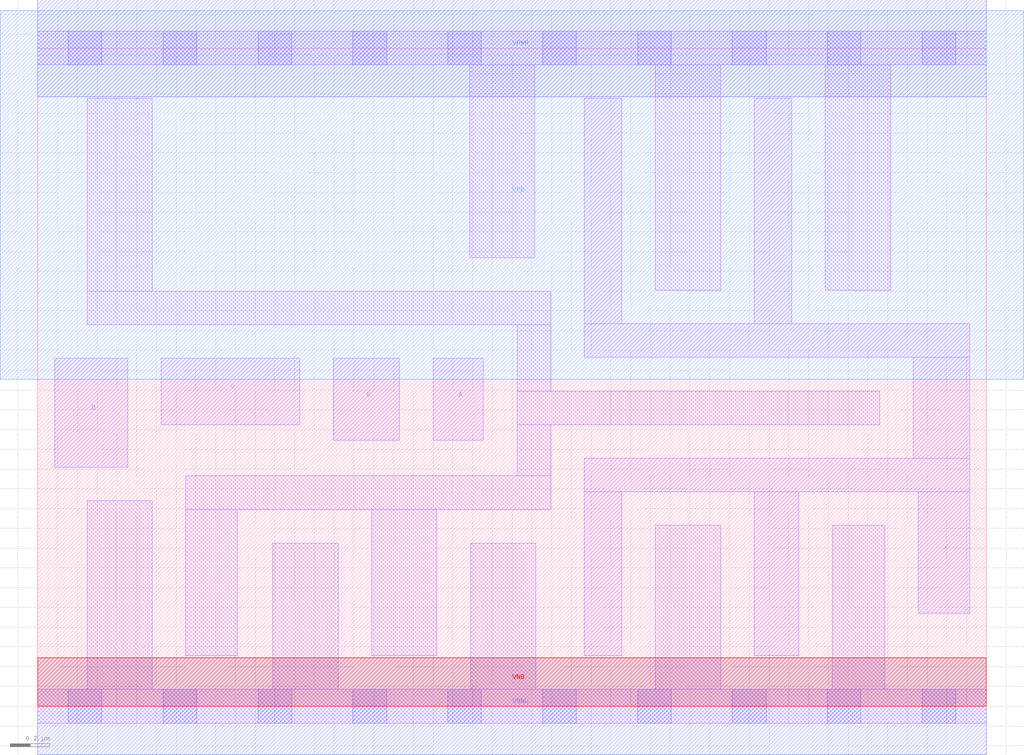
<source format=lef>
# Copyright 2020 The SkyWater PDK Authors
#
# Licensed under the Apache License, Version 2.0 (the "License");
# you may not use this file except in compliance with the License.
# You may obtain a copy of the License at
#
#     https://www.apache.org/licenses/LICENSE-2.0
#
# Unless required by applicable law or agreed to in writing, software
# distributed under the License is distributed on an "AS IS" BASIS,
# WITHOUT WARRANTIES OR CONDITIONS OF ANY KIND, either express or implied.
# See the License for the specific language governing permissions and
# limitations under the License.
#
# SPDX-License-Identifier: Apache-2.0

VERSION 5.7 ;
  NOWIREEXTENSIONATPIN ON ;
  DIVIDERCHAR "/" ;
  BUSBITCHARS "[]" ;
MACRO sky130_fd_sc_lp__or4_4
  CLASS CORE ;
  FOREIGN sky130_fd_sc_lp__or4_4 ;
  ORIGIN  0.000000  0.000000 ;
  SIZE  4.800000 BY  3.330000 ;
  SYMMETRY X Y R90 ;
  SITE unit ;
  PIN A
    ANTENNAGATEAREA  0.315000 ;
    DIRECTION INPUT ;
    USE SIGNAL ;
    PORT
      LAYER li1 ;
        RECT 2.000000 1.345000 2.255000 1.760000 ;
    END
  END A
  PIN B
    ANTENNAGATEAREA  0.315000 ;
    DIRECTION INPUT ;
    USE SIGNAL ;
    PORT
      LAYER li1 ;
        RECT 1.495000 1.345000 1.830000 1.760000 ;
    END
  END B
  PIN C
    ANTENNAGATEAREA  0.315000 ;
    DIRECTION INPUT ;
    USE SIGNAL ;
    PORT
      LAYER li1 ;
        RECT 0.625000 1.425000 1.325000 1.760000 ;
    END
  END C
  PIN D
    ANTENNAGATEAREA  0.315000 ;
    DIRECTION INPUT ;
    USE SIGNAL ;
    PORT
      LAYER li1 ;
        RECT 0.085000 1.210000 0.455000 1.760000 ;
    END
  END D
  PIN X
    ANTENNADIFFAREA  1.176000 ;
    DIRECTION OUTPUT ;
    USE SIGNAL ;
    PORT
      LAYER li1 ;
        RECT 2.765000 0.255000 2.955000 1.085000 ;
        RECT 2.765000 1.085000 4.715000 1.255000 ;
        RECT 2.765000 1.765000 4.715000 1.935000 ;
        RECT 2.765000 1.935000 2.955000 3.075000 ;
        RECT 3.625000 0.255000 3.850000 1.085000 ;
        RECT 3.625000 1.935000 3.815000 3.075000 ;
        RECT 4.430000 1.255000 4.715000 1.765000 ;
        RECT 4.455000 0.470000 4.715000 1.085000 ;
    END
  END X
  PIN VGND
    DIRECTION INOUT ;
    USE GROUND ;
    PORT
      LAYER met1 ;
        RECT 0.000000 -0.245000 4.800000 0.245000 ;
    END
  END VGND
  PIN VNB
    DIRECTION INOUT ;
    USE GROUND ;
    PORT
      LAYER pwell ;
        RECT 0.000000 0.000000 4.800000 0.245000 ;
    END
  END VNB
  PIN VPB
    DIRECTION INOUT ;
    USE POWER ;
    PORT
      LAYER nwell ;
        RECT -0.190000 1.655000 4.990000 3.520000 ;
    END
  END VPB
  PIN VPWR
    DIRECTION INOUT ;
    USE POWER ;
    PORT
      LAYER met1 ;
        RECT 0.000000 3.085000 4.800000 3.575000 ;
    END
  END VPWR
  OBS
    LAYER li1 ;
      RECT 0.000000 -0.085000 4.800000 0.085000 ;
      RECT 0.000000  3.245000 4.800000 3.415000 ;
      RECT 0.250000  0.085000 0.580000 1.040000 ;
      RECT 0.250000  1.930000 2.595000 2.100000 ;
      RECT 0.250000  2.100000 0.580000 3.075000 ;
      RECT 0.750000  0.255000 1.010000 0.995000 ;
      RECT 0.750000  0.995000 2.595000 1.165000 ;
      RECT 1.190000  0.085000 1.520000 0.825000 ;
      RECT 1.690000  0.255000 2.020000 0.995000 ;
      RECT 2.185000  2.270000 2.515000 3.245000 ;
      RECT 2.190000  0.085000 2.520000 0.825000 ;
      RECT 2.425000  1.165000 2.595000 1.425000 ;
      RECT 2.425000  1.425000 4.260000 1.595000 ;
      RECT 2.425000  1.595000 2.595000 1.930000 ;
      RECT 3.125000  0.085000 3.455000 0.915000 ;
      RECT 3.125000  2.105000 3.455000 3.245000 ;
      RECT 3.985000  2.105000 4.315000 3.245000 ;
      RECT 4.020000  0.085000 4.285000 0.915000 ;
    LAYER mcon ;
      RECT 0.155000 -0.085000 0.325000 0.085000 ;
      RECT 0.155000  3.245000 0.325000 3.415000 ;
      RECT 0.635000 -0.085000 0.805000 0.085000 ;
      RECT 0.635000  3.245000 0.805000 3.415000 ;
      RECT 1.115000 -0.085000 1.285000 0.085000 ;
      RECT 1.115000  3.245000 1.285000 3.415000 ;
      RECT 1.595000 -0.085000 1.765000 0.085000 ;
      RECT 1.595000  3.245000 1.765000 3.415000 ;
      RECT 2.075000 -0.085000 2.245000 0.085000 ;
      RECT 2.075000  3.245000 2.245000 3.415000 ;
      RECT 2.555000 -0.085000 2.725000 0.085000 ;
      RECT 2.555000  3.245000 2.725000 3.415000 ;
      RECT 3.035000 -0.085000 3.205000 0.085000 ;
      RECT 3.035000  3.245000 3.205000 3.415000 ;
      RECT 3.515000 -0.085000 3.685000 0.085000 ;
      RECT 3.515000  3.245000 3.685000 3.415000 ;
      RECT 3.995000 -0.085000 4.165000 0.085000 ;
      RECT 3.995000  3.245000 4.165000 3.415000 ;
      RECT 4.475000 -0.085000 4.645000 0.085000 ;
      RECT 4.475000  3.245000 4.645000 3.415000 ;
  END
END sky130_fd_sc_lp__or4_4
END LIBRARY

</source>
